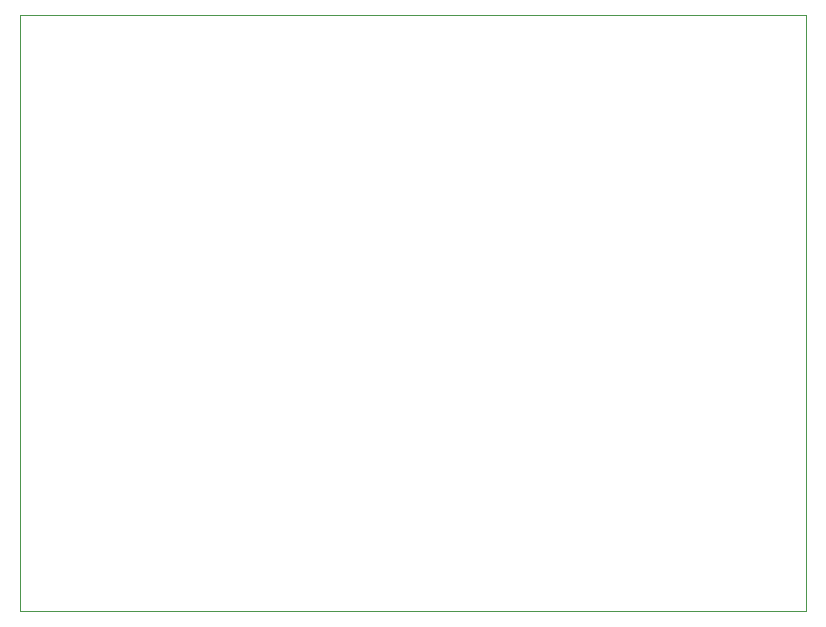
<source format=gbr>
%TF.GenerationSoftware,KiCad,Pcbnew,7.0.10-7.0.10~ubuntu20.04.1*%
%TF.CreationDate,2024-01-23T10:27:16+01:00*%
%TF.ProjectId,6303X_FP64,36333033-585f-4465-9036-342e6b696361,rev?*%
%TF.SameCoordinates,Original*%
%TF.FileFunction,Profile,NP*%
%FSLAX46Y46*%
G04 Gerber Fmt 4.6, Leading zero omitted, Abs format (unit mm)*
G04 Created by KiCad (PCBNEW 7.0.10-7.0.10~ubuntu20.04.1) date 2024-01-23 10:27:16*
%MOMM*%
%LPD*%
G01*
G04 APERTURE LIST*
%TA.AperFunction,Profile*%
%ADD10C,0.100000*%
%TD*%
G04 APERTURE END LIST*
D10*
X159250000Y-34750000D02*
X225750000Y-34750000D01*
X225750000Y-85262000D01*
X159250000Y-85262000D01*
X159250000Y-34750000D01*
M02*

</source>
